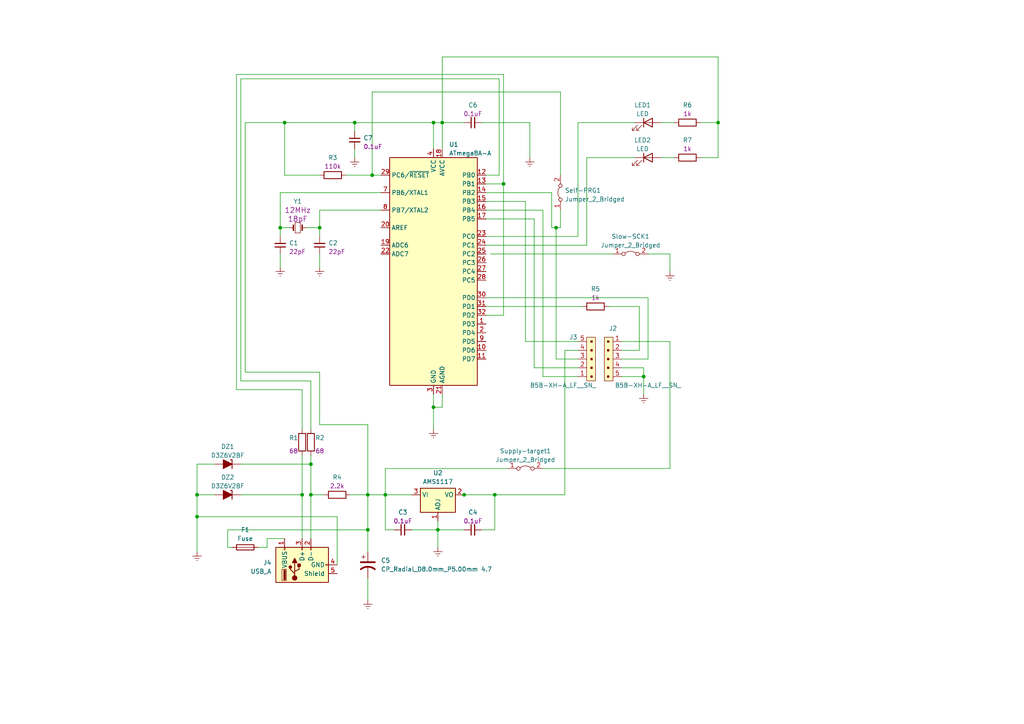
<source format=kicad_sch>
(kicad_sch (version 20230121) (generator eeschema)
  (paper "A4")
  (lib_symbols
    (symbol "Connector:USB_A" (pin_names (offset 1.016))
      (property "Reference" "J" (at -5.08 11.43 0))
      (property "Value" "USB_A" (at -5.08 8.89 0))
      (symbol "USB_A_0_1"
        (rectangle (start -5.08 -7.62) (end 5.08 7.62) (stroke (width 0.254)) (fill (type background)))
        (circle (center -3.81 2.159) (radius 0.635) (stroke (width 0.254)) (fill (type outline)))
        (rectangle (start -1.524 4.826) (end -4.318 5.334) (fill (type outline)))
        (rectangle (start -1.27 4.572) (end -4.572 5.842))
        (circle (center -0.635 3.429) (radius 0.381) (stroke (width 0.254)) (fill (type outline)))
        (rectangle (start -0.127 -7.62) (end 0.127 -6.858))
        (polyline (pts (xy -3.175 2.159) (xy -2.54 2.159) (xy -1.27 3.429) (xy -0.635 3.429)) (stroke (width 0.254)))
        (polyline (pts (xy -2.54 2.159) (xy -1.905 2.159) (xy -1.27 0.889) (xy 0 0.889)) (stroke (width 0.254)))
        (polyline (pts (xy 0.635 2.794) (xy 0.635 1.524) (xy 1.905 2.159) (xy 0.635 2.794)) (stroke (width 0.254)) (fill (type outline)))
        (rectangle (start 0.254 1.27) (end -0.508 0.508) (stroke (width 0.254)) (fill (type outline)))
        (rectangle (start 5.08 -2.667) (end 4.318 -2.413))
        (rectangle (start 5.08 -0.127) (end 4.318 0.127))
        (rectangle (start 5.08 4.953) (end 4.318 5.207))
      )
      (symbol "USB_A_1_1"
        (polyline (pts (xy -1.905 2.159) (xy 0.635 2.159)) (stroke (width 0.254)))
        (pin power_in line (at 7.62 5.08 180) (length 2.54) (name "VBUS") (number "1"))
        (pin bidirectional line (at 7.62 -2.54 180) (length 2.54) (name "D-") (number "2"))
        (pin bidirectional line (at 7.62 0 180) (length 2.54) (name "D+") (number "3"))
        (pin power_in line (at 0 -10.16 90) (length 2.54) (name "GND") (number "4"))
        (pin passive line (at -2.54 -10.16 90) (length 2.54) (name "Shield") (number "5"))
      )
    )
    (symbol "Device:Fuse" (pin_numbers hide) (pin_names (offset 0))
      (property "Reference" "F" (at 2.032 0 90))
      (property "Value" "Fuse" (at -1.905 0 90))
      (symbol "Fuse_0_1"
        (rectangle (start -0.762 -2.54) (end 0.762 2.54) (stroke (width 0.254)))
        (polyline (pts (xy 0 2.54) (xy 0 -2.54)))
      )
      (symbol "Fuse_1_1"
        (pin passive line (at 0 3.81 270) (length 1.27) (name "~") (number "1"))
        (pin passive line (at 0 -3.81 90) (length 1.27) (name "~") (number "2"))
      )
    )
    (symbol "Device:LED" (pin_numbers hide) (pin_names (offset 1.016) hide)
      (property "Reference" "D" (at 0 2.54 0))
      (property "Value" "LED" (at 0 -2.54 0))
      (symbol "LED_0_1"
        (polyline (pts (xy -1.27 -1.27) (xy -1.27 1.27)) (stroke (width 0.254)))
        (polyline (pts (xy -1.27 0) (xy 1.27 0)))
        (polyline (pts (xy 1.27 -1.27) (xy 1.27 1.27) (xy -1.27 0) (xy 1.27 -1.27)) (stroke (width 0.254)))
        (polyline (pts (xy -3.048 -0.762) (xy -4.572 -2.286) (xy -3.81 -2.286) (xy -4.572 -2.286) (xy -4.572 -1.524)))
        (polyline (pts (xy -1.778 -0.762) (xy -3.302 -2.286) (xy -2.54 -2.286) (xy -3.302 -2.286) (xy -3.302 -1.524)))
      )
      (symbol "LED_1_1"
        (pin passive line (at -3.81 0 0) (length 2.54) (name "K") (number "1"))
        (pin passive line (at 3.81 0 180) (length 2.54) (name "A") (number "2"))
      )
    )
    (symbol "Jumper:Jumper_2_Bridged" (pin_names (offset 0) hide)
      (property "Reference" "JP" (at 0 1.905 0))
      (property "Value" "Jumper_2_Bridged" (at 0 -2.54 0))
      (symbol "Jumper_2_Bridged_0_0"
        (circle (center -2.032 0) (radius 0.508))
        (circle (center 2.032 0) (radius 0.508))
      )
      (symbol "Jumper_2_Bridged_0_1"
        (arc (start 1.524 0.254) (mid 0 0.762) (end -1.524 0.254))
      )
      (symbol "Jumper_2_Bridged_1_1"
        (pin passive line (at -5.08 0 0) (length 2.54) (name "A") (number "1"))
        (pin passive line (at 5.08 0 180) (length 2.54) (name "B") (number "2"))
      )
    )
    (symbol "MCU_Microchip_ATmega:ATmega8A-A"
      (property "Reference" "U" (at -12.7 34.29 0))
      (property "Value" "ATmega8A-A" (at 5.08 -34.29 0))
      (symbol "ATmega8A-A_0_1"
        (rectangle (start -12.7 -33.02) (end 12.7 33.02) (stroke (width 0.254)) (fill (type background)))
      )
      (symbol "ATmega8A-A_1_1"
        (pin bidirectional line (at 15.24 -15.24 180) (length 2.54) (name "PD3") (number "1"))
        (pin bidirectional line (at 15.24 -22.86 180) (length 2.54) (name "PD6") (number "10"))
        (pin bidirectional line (at 15.24 -25.4 180) (length 2.54) (name "PD7") (number "11"))
        (pin bidirectional line (at 15.24 27.94 180) (length 2.54) (name "PB0") (number "12"))
        (pin bidirectional line (at 15.24 25.4 180) (length 2.54) (name "PB1") (number "13"))
        (pin bidirectional line (at 15.24 22.86 180) (length 2.54) (name "PB2") (number "14"))
        (pin bidirectional line (at 15.24 20.32 180) (length 2.54) (name "PB3") (number "15"))
        (pin bidirectional line (at 15.24 17.78 180) (length 2.54) (name "PB4") (number "16"))
        (pin bidirectional line (at 15.24 15.24 180) (length 2.54) (name "PB5") (number "17"))
        (pin power_in line (at 2.54 35.56 270) (length 2.54) (name "AVCC") (number "18"))
        (pin input line (at -15.24 7.62 0) (length 2.54) (name "ADC6") (number "19"))
        (pin bidirectional line (at 15.24 -17.78 180) (length 2.54) (name "PD4") (number "2"))
        (pin passive line (at -15.24 12.7 0) (length 2.54) (name "AREF") (number "20"))
        (pin power_in line (at 2.54 -35.56 90) (length 2.54) (name "AGND") (number "21"))
        (pin input line (at -15.24 5.08 0) (length 2.54) (name "ADC7") (number "22"))
        (pin bidirectional line (at 15.24 10.16 180) (length 2.54) (name "PC0") (number "23"))
        (pin bidirectional line (at 15.24 7.62 180) (length 2.54) (name "PC1") (number "24"))
        (pin bidirectional line (at 15.24 5.08 180) (length 2.54) (name "PC2") (number "25"))
        (pin bidirectional line (at 15.24 2.54 180) (length 2.54) (name "PC3") (number "26"))
        (pin bidirectional line (at 15.24 0 180) (length 2.54) (name "PC4") (number "27"))
        (pin bidirectional line (at 15.24 -2.54 180) (length 2.54) (name "PC5") (number "28"))
        (pin bidirectional line (at -15.24 27.94 0) (length 2.54) (name "PC6/~{RESET}") (number "29"))
        (pin power_in line (at 0 -35.56 90) (length 2.54) (name "GND") (number "3"))
        (pin bidirectional line (at 15.24 -7.62 180) (length 2.54) (name "PD0") (number "30"))
        (pin bidirectional line (at 15.24 -10.16 180) (length 2.54) (name "PD1") (number "31"))
        (pin bidirectional line (at 15.24 -12.7 180) (length 2.54) (name "PD2") (number "32"))
        (pin power_in line (at 0 35.56 270) (length 2.54) (name "VCC") (number "4"))
        (pin passive line (at 0 -35.56 90) (length 2.54) hide (name "GND") (number "5"))
        (pin passive line (at 0 35.56 270) (length 2.54) hide (name "VCC") (number "6"))
        (pin bidirectional line (at -15.24 22.86 0) (length 2.54) (name "PB6/XTAL1") (number "7"))
        (pin bidirectional line (at -15.24 17.78 0) (length 2.54) (name "PB7/XTAL2") (number "8"))
        (pin bidirectional line (at 15.24 -20.32 180) (length 2.54) (name "PD5") (number "9"))
      )
    )
    (symbol "PCM_4ms_Capacitor:100nF_0603_16V" (pin_numbers hide) (pin_names (offset 0.254) hide)
      (property "Reference" "C" (at 1.905 1.27 0))
      (property "Display" "0.1uF" (at 1.905 -1.27 0))
      (symbol "100nF_0603_16V_0_1"
        (polyline (pts (xy -1.524 -0.508) (xy 1.524 -0.508)) (stroke (width 0.3302)))
        (polyline (pts (xy -1.524 0.508) (xy 1.524 0.508)) (stroke (width 0.3048)))
      )
      (symbol "100nF_0603_16V_1_1"
        (pin passive line (at 0 2.54 270) (length 2.032) (name "~") (number "1"))
        (pin passive line (at 0 -2.54 90) (length 2.032) (name "~") (number "2"))
      )
    )
    (symbol "PCM_4ms_Crystal:16MHz_18pF_FA238" (pin_numbers hide) (pin_names (offset 1.016) hide)
      (property "Reference" "Y" (at 0 2.54 0))
      (property "Display" "16MHz" (at -3.81 -2.54 0))
      (property "Display 2" "18pF" (at -3.1496 -4.445 0))
      (symbol "16MHz_18pF_FA238_0_1"
        (rectangle (start -0.762 -1.524) (end 0.762 1.524))
        (polyline (pts (xy -1.27 -0.762) (xy -1.27 0.762)) (stroke (width 0.381)))
        (polyline (pts (xy 1.27 -0.762) (xy 1.27 0.762)) (stroke (width 0.381)))
      )
      (symbol "16MHz_18pF_FA238_1_1"
        (pin passive line (at -2.54 0 0) (length 1.27) (name "1") (number "1"))
        (pin passive line (at 2.54 0 180) (length 1.27) (name "2") (number "2"))
      )
    )
    (symbol "PCM_4ms_Resistor:0R_0603" (pin_numbers hide) (pin_names (offset 0))
      (property "Reference" "R" (at 2.032 0 90))
      (property "Display" "0R" (at 3.81 0 90))
      (symbol "0R_0603_0_1"
        (rectangle (start -1.016 -2.54) (end 1.016 2.54) (stroke (width 0.254)))
      )
      (symbol "0R_0603_1_1"
        (pin passive line (at 0 3.81 270) (length 1.27) (name "~") (number "1"))
        (pin passive line (at 0 -3.81 90) (length 1.27) (name "~") (number "2"))
      )
    )
    (symbol "PCM_4ms_Resistor:110k_0603" (pin_numbers hide) (pin_names (offset 0))
      (property "Reference" "R" (at 2.032 0 90))
      (property "Display" "110k" (at 3.81 0 90))
      (symbol "110k_0603_0_1"
        (rectangle (start -1.016 -2.54) (end 1.016 2.54) (stroke (width 0.254)))
      )
      (symbol "110k_0603_1_1"
        (pin passive line (at 0 3.81 270) (length 1.27) (name "~") (number "1"))
        (pin passive line (at 0 -3.81 90) (length 1.27) (name "~") (number "2"))
      )
    )
    (symbol "PCM_Capacitor_US_AKL:CP_Radial_D8.0mm_P5.00mm" (pin_numbers hide) (pin_names (offset 0.254))
      (property "Reference" "C" (at 0.635 2.54 0))
      (property "Value" "CP_Radial_D8.0mm_P5.00mm" (at 0.635 -2.54 0))
      (symbol "CP_Radial_D8.0mm_P5.00mm_0_1"
        (polyline (pts (xy -2.032 0.762) (xy 2.032 0.762)) (stroke (width 0.508)))
        (polyline (pts (xy -1.778 2.286) (xy -0.762 2.286)))
        (polyline (pts (xy -1.27 1.778) (xy -1.27 2.794)))
        (arc (start 2.032 -1.27) (mid 0 -0.5572) (end -2.032 -1.27) (stroke (width 0.508)))
      )
      (symbol "CP_Radial_D8.0mm_P5.00mm_1_1"
        (pin passive line (at 0 3.81 270) (length 2.794) (name "~") (number "1"))
        (pin passive line (at 0 -3.81 90) (length 3.302) (name "~") (number "2"))
      )
    )
    (symbol "PCM_Diode_Zener_AKL:D3Z6V2BF" (pin_numbers hide) (pin_names (offset 1.016) hide)
      (property "Reference" "DZ" (at 0 5.08 0))
      (property "Value" "D3Z6V2BF" (at 0 2.54 0))
      (symbol "D3Z6V2BF_0_1"
        (polyline (pts (xy -1.27 0) (xy 1.27 0)))
        (polyline (pts (xy 1.27 1.27) (xy 0.762 1.27)) (stroke (width 0.254)))
        (polyline (pts (xy 1.27 1.27) (xy 1.27 -1.27)) (stroke (width 0.254)))
        (polyline (pts (xy -1.27 -1.27) (xy -1.27 1.27) (xy 1.27 0) (xy -1.27 -1.27)) (stroke (width 0.254)) (fill (type outline)))
      )
      (symbol "D3Z6V2BF_1_1"
        (pin passive line (at 3.81 0 180) (length 2.54) (name "K") (number "1"))
        (pin passive line (at -3.81 0 0) (length 2.54) (name "A") (number "2"))
      )
    )
    (symbol "Regulator_Linear:AMS1117"
      (property "Reference" "U" (at -3.81 3.175 0))
      (property "Value" "AMS1117" (at 0 3.175 0))
      (symbol "AMS1117_0_1"
        (rectangle (start -5.08 -5.08) (end 5.08 1.905) (stroke (width 0.254)) (fill (type background)))
      )
      (symbol "AMS1117_1_1"
        (pin input line (at 0 -7.62 90) (length 2.54) (name "ADJ") (number "1"))
        (pin power_out line (at 7.62 0 180) (length 2.54) (name "VO") (number "2"))
        (pin power_in line (at -7.62 0 0) (length 2.54) (name "VI") (number "3"))
      )
    )
    (symbol "dk_Rectangular-Connectors-Headers-Male-Pins:B5B-XH-A_LF__SN_" (pin_names (offset 1.016))
      (property "Reference" "J" (at -2.54 -1.27 0))
      (property "Value" "B5B-XH-A_LF__SN_" (at 5.08 -3.81 0))
      (symbol "B5B-XH-A_LF__SN__1_1"
        (rectangle (start -1.27 0) (end 11.43 -2.54) (fill (type background)))
        (rectangle (start -0.254 -1.143) (end 0.254 -1.651) (fill (type outline)))
        (rectangle (start 2.286 -1.143) (end 2.794 -1.651) (fill (type outline)))
        (rectangle (start 4.826 -1.143) (end 5.334 -1.651) (fill (type outline)))
        (rectangle (start 7.366 -1.143) (end 7.874 -1.651) (fill (type outline)))
        (rectangle (start 9.906 -1.143) (end 10.414 -1.651) (fill (type outline)))
        (pin passive line (at 0 2.54 270) (length 2.54) (name "~") (number "1"))
        (pin passive line (at 2.54 2.54 270) (length 2.54) (name "~") (number "2"))
        (pin passive line (at 5.08 2.54 270) (length 2.54) (name "~") (number "3"))
        (pin passive line (at 7.62 2.54 270) (length 2.54) (name "~") (number "4"))
        (pin passive line (at 10.16 2.54 270) (length 2.54) (name "~") (number "5"))
      )
    )
    (symbol "power:Earth" (power) (pin_names (offset 0))
      (symbol "Earth_0_1"
        (polyline (pts (xy -0.635 -1.905) (xy 0.635 -1.905)))
        (polyline (pts (xy -0.127 -2.54) (xy 0.127 -2.54)))
        (polyline (pts (xy 0 -1.27) (xy 0 0)))
        (polyline (pts (xy 1.27 -1.27) (xy -1.27 -1.27)))
      )
      (symbol "Earth_1_1"
        (pin power_in line (at 0 0 270) (length 0) hide (name "Earth") (number "1"))
      )
    )
  )
  (junction (at 87.63 143.51))
  (junction (at 92.71 66.04))
  (junction (at 106.68 153.67))
  (junction (at 128.27 35.56))
  (junction (at 208.28 35.56))
  (junction (at 90.17 134.62))
  (junction (at 134.62 143.51))
  (junction (at 107.95 50.8))
  (junction (at 127 153.67))
  (junction (at 57.15 143.51))
  (junction (at 102.87 35.56))
  (junction (at 161.29 66.04))
  (junction (at 143.51 143.51))
  (junction (at 57.15 149.86))
  (junction (at 186.69 109.22))
  (junction (at 81.28 66.04))
  (junction (at 146.05 53.34))
  (junction (at 82.55 35.56))
  (junction (at 125.73 35.56))
  (junction (at 111.76 143.51))
  (junction (at 106.68 143.51))
  (junction (at 125.73 118.11))
  (junction (at 90.17 143.51))
  (wire (pts (xy 139.7 153.67) (xy 143.51 153.67)))
  (wire (pts (xy 157.48 60.96) (xy 157.48 109.22)))
  (wire (pts (xy 106.68 167.64) (xy 106.68 173.99)))
  (wire (pts (xy 90.17 143.51) (xy 90.17 134.62)))
  (wire (pts (xy 140.97 58.42) (xy 152.4 58.42)))
  (wire (pts (xy 208.28 35.56) (xy 208.28 45.72)))
  (wire (pts (xy 57.15 134.62) (xy 57.15 143.51)))
  (wire (pts (xy 144.78 22.86) (xy 144.78 50.8)))
  (wire (pts (xy 170.18 45.72) (xy 184.15 45.72)))
  (wire (pts (xy 77.47 156.21) (xy 77.47 158.75)))
  (wire (pts (xy 180.34 101.6) (xy 185.42 101.6)))
  (wire (pts (xy 186.69 109.22) (xy 186.69 114.3)))
  (wire (pts (xy 57.15 149.86) (xy 57.15 160.02)))
  (wire (pts (xy 186.69 106.68) (xy 186.69 109.22)))
  (wire (pts (xy 106.68 153.67) (xy 106.68 160.02)))
  (wire (pts (xy 125.73 114.3) (xy 125.73 118.11)))
  (wire (pts (xy 167.64 106.68) (xy 154.94 106.68)))
  (wire (pts (xy 143.51 143.51) (xy 163.83 143.51)))
  (wire (pts (xy 125.73 35.56) (xy 125.73 43.18)))
  (wire (pts (xy 66.04 158.75) (xy 66.04 153.67)))
  (wire (pts (xy 139.7 35.56) (xy 153.67 35.56)))
  (wire (pts (xy 127 153.67) (xy 134.62 153.67)))
  (wire (pts (xy 62.23 143.51) (xy 57.15 143.51)))
  (wire (pts (xy 167.64 101.6) (xy 163.83 101.6)))
  (wire (pts (xy 90.17 124.46) (xy 90.17 110.49)))
  (wire (pts (xy 167.64 68.58) (xy 167.64 35.56)))
  (wire (pts (xy 194.31 78.74) (xy 194.31 73.66)))
  (wire (pts (xy 90.17 110.49) (xy 69.85 110.49)))
  (wire (pts (xy 111.76 135.89) (xy 147.32 135.89)))
  (wire (pts (xy 82.55 156.21) (xy 77.47 156.21)))
  (wire (pts (xy 160.02 66.04) (xy 160.02 55.88)))
  (wire (pts (xy 68.58 113.03) (xy 87.63 113.03)))
  (wire (pts (xy 161.29 66.04) (xy 160.02 66.04)))
  (wire (pts (xy 140.97 68.58) (xy 167.64 68.58)))
  (wire (pts (xy 161.29 104.14) (xy 161.29 66.04)))
  (wire (pts (xy 92.71 60.96) (xy 110.49 60.96)))
  (wire (pts (xy 82.55 35.56) (xy 82.55 50.8)))
  (wire (pts (xy 152.4 99.06) (xy 167.64 99.06)))
  (wire (pts (xy 140.97 91.44) (xy 146.05 91.44)))
  (wire (pts (xy 57.15 143.51) (xy 57.15 149.86)))
  (wire (pts (xy 82.55 50.8) (xy 92.71 50.8)))
  (wire (pts (xy 127 153.67) (xy 127 151.13)))
  (wire (pts (xy 81.28 66.04) (xy 83.82 66.04)))
  (wire (pts (xy 127 153.67) (xy 127 158.75)))
  (wire (pts (xy 191.77 35.56) (xy 195.58 35.56)))
  (wire (pts (xy 92.71 107.95) (xy 92.71 123.19)))
  (wire (pts (xy 146.05 91.44) (xy 146.05 53.34)))
  (wire (pts (xy 111.76 153.67) (xy 111.76 143.51)))
  (wire (pts (xy 162.56 66.04) (xy 162.56 60.96)))
  (wire (pts (xy 146.05 53.34) (xy 146.05 21.59)))
  (wire (pts (xy 66.04 153.67) (xy 106.68 153.67)))
  (wire (pts (xy 140.97 63.5) (xy 154.94 63.5)))
  (wire (pts (xy 154.94 106.68) (xy 154.94 63.5)))
  (wire (pts (xy 194.31 99.06) (xy 194.31 135.89)))
  (wire (pts (xy 71.12 107.95) (xy 92.71 107.95)))
  (wire (pts (xy 111.76 143.51) (xy 111.76 135.89)))
  (wire (pts (xy 128.27 35.56) (xy 125.73 35.56)))
  (wire (pts (xy 92.71 66.04) (xy 92.71 60.96)))
  (wire (pts (xy 69.85 143.51) (xy 87.63 143.51)))
  (wire (pts (xy 81.28 55.88) (xy 110.49 55.88)))
  (wire (pts (xy 62.23 134.62) (xy 57.15 134.62)))
  (wire (pts (xy 90.17 132.08) (xy 90.17 134.62)))
  (wire (pts (xy 128.27 43.18) (xy 128.27 35.56)))
  (wire (pts (xy 69.85 110.49) (xy 69.85 22.86)))
  (wire (pts (xy 69.85 22.86) (xy 144.78 22.86)))
  (wire (pts (xy 107.95 50.8) (xy 110.49 50.8)))
  (wire (pts (xy 162.56 66.04) (xy 161.29 66.04)))
  (wire (pts (xy 144.78 50.8) (xy 140.97 50.8)))
  (wire (pts (xy 90.17 156.21) (xy 90.17 143.51)))
  (wire (pts (xy 88.9 66.04) (xy 92.71 66.04)))
  (wire (pts (xy 87.63 113.03) (xy 87.63 124.46)))
  (wire (pts (xy 106.68 153.67) (xy 106.68 143.51)))
  (wire (pts (xy 106.68 123.19) (xy 106.68 143.51)))
  (wire (pts (xy 162.56 50.8) (xy 162.56 26.67)))
  (wire (pts (xy 90.17 143.51) (xy 93.98 143.51)))
  (wire (pts (xy 163.83 101.6) (xy 163.83 143.51)))
  (wire (pts (xy 167.64 104.14) (xy 161.29 104.14)))
  (wire (pts (xy 162.56 26.67) (xy 107.95 26.67)))
  (wire (pts (xy 102.87 43.18) (xy 102.87 45.72)))
  (wire (pts (xy 128.27 35.56) (xy 128.27 16.51)))
  (wire (pts (xy 68.58 21.59) (xy 68.58 113.03)))
  (wire (pts (xy 187.96 73.66) (xy 194.31 73.66)))
  (wire (pts (xy 146.05 21.59) (xy 68.58 21.59)))
  (wire (pts (xy 203.2 35.56) (xy 208.28 35.56)))
  (wire (pts (xy 140.97 88.9) (xy 168.91 88.9)))
  (wire (pts (xy 128.27 16.51) (xy 208.28 16.51)))
  (wire (pts (xy 140.97 55.88) (xy 160.02 55.88)))
  (wire (pts (xy 191.77 45.72) (xy 195.58 45.72)))
  (wire (pts (xy 67.31 158.75) (xy 66.04 158.75)))
  (wire (pts (xy 92.71 73.66) (xy 92.71 77.47)))
  (wire (pts (xy 180.34 109.22) (xy 186.69 109.22)))
  (wire (pts (xy 134.62 143.51) (xy 143.51 143.51)))
  (wire (pts (xy 170.18 71.12) (xy 170.18 45.72)))
  (wire (pts (xy 157.48 135.89) (xy 194.31 135.89)))
  (wire (pts (xy 100.33 50.8) (xy 107.95 50.8)))
  (wire (pts (xy 128.27 35.56) (xy 134.62 35.56)))
  (wire (pts (xy 71.12 35.56) (xy 71.12 107.95)))
  (wire (pts (xy 114.3 153.67) (xy 111.76 153.67)))
  (wire (pts (xy 90.17 134.62) (xy 69.85 134.62)))
  (wire (pts (xy 128.27 114.3) (xy 128.27 118.11)))
  (wire (pts (xy 125.73 35.56) (xy 102.87 35.56)))
  (wire (pts (xy 77.47 158.75) (xy 74.93 158.75)))
  (wire (pts (xy 128.27 118.11) (xy 125.73 118.11)))
  (wire (pts (xy 111.76 143.51) (xy 119.38 143.51)))
  (wire (pts (xy 106.68 143.51) (xy 101.6 143.51)))
  (wire (pts (xy 208.28 16.51) (xy 208.28 35.56)))
  (wire (pts (xy 180.34 99.06) (xy 194.31 99.06)))
  (wire (pts (xy 81.28 68.58) (xy 81.28 66.04)))
  (wire (pts (xy 125.73 118.11) (xy 125.73 124.46)))
  (wire (pts (xy 81.28 66.04) (xy 81.28 55.88)))
  (wire (pts (xy 187.96 86.36) (xy 140.97 86.36)))
  (wire (pts (xy 119.38 153.67) (xy 127 153.67)))
  (wire (pts (xy 143.51 143.51) (xy 143.51 153.67)))
  (wire (pts (xy 157.48 60.96) (xy 140.97 60.96)))
  (wire (pts (xy 140.97 71.12) (xy 170.18 71.12)))
  (wire (pts (xy 102.87 35.56) (xy 82.55 35.56)))
  (wire (pts (xy 180.34 106.68) (xy 186.69 106.68)))
  (wire (pts (xy 92.71 66.04) (xy 92.71 68.58)))
  (wire (pts (xy 167.64 35.56) (xy 184.15 35.56)))
  (wire (pts (xy 152.4 58.42) (xy 152.4 99.06)))
  (wire (pts (xy 102.87 35.56) (xy 102.87 38.1)))
  (wire (pts (xy 133.35 143.51) (xy 134.62 143.51)))
  (wire (pts (xy 97.79 163.83) (xy 97.79 149.86)))
  (wire (pts (xy 87.63 132.08) (xy 87.63 143.51)))
  (wire (pts (xy 153.67 35.56) (xy 153.67 45.72)))
  (wire (pts (xy 140.97 53.34) (xy 146.05 53.34)))
  (wire (pts (xy 87.63 143.51) (xy 87.63 156.21)))
  (wire (pts (xy 157.48 109.22) (xy 167.64 109.22)))
  (wire (pts (xy 180.34 104.14) (xy 187.96 104.14)))
  (wire (pts (xy 142.24 73.66) (xy 177.8 73.66)))
  (wire (pts (xy 185.42 101.6) (xy 185.42 88.9)))
  (wire (pts (xy 92.71 123.19) (xy 106.68 123.19)))
  (wire (pts (xy 208.28 45.72) (xy 203.2 45.72)))
  (wire (pts (xy 176.53 88.9) (xy 185.42 88.9)))
  (wire (pts (xy 106.68 143.51) (xy 111.76 143.51)))
  (wire (pts (xy 82.55 35.56) (xy 71.12 35.56)))
  (wire (pts (xy 57.15 149.86) (xy 97.79 149.86)))
  (wire (pts (xy 81.28 73.66) (xy 81.28 77.47)))
  (wire (pts (xy 187.96 104.14) (xy 187.96 86.36)))
  (wire (pts (xy 107.95 26.67) (xy 107.95 50.8)))
  (symbol (lib_id "power:Earth") (at 92.71 77.47 0) (unit 1)
    (property "Reference" "#PWR03" (effects hide))
    (property "Value" "Earth" (effects hide))
  )
  (symbol (lib_id "power:Earth") (at 127 158.75 0) (unit 1)
    (property "Reference" "#PWR07" (effects hide))
    (property "Value" "Earth" (effects hide))
  )
  (symbol (lib_id "PCM_4ms_Resistor:0R_0603") (at 199.39 45.72 90) (unit 1)
    (property "Reference" "R7" (at 199.39 40.64 90))
    (property "Value" "0R_0603" (effects hide))
    (property "Footprint" "PCM_4ms_Resistor:R_0805_2012Metric" (effects hide))
    (property "Specifications" "0R, 1%, 1/10W, 0603" (effects hide))
    (property "Manufacturer" "Yageo" (effects hide))
    (property "Part Number" "RC0603FR-100RL" (effects hide))
    (property "Display" "1k" (at 199.39 43.18 90))
    (property "JLCPCB ID" "C21189" (effects hide))
  )
  (symbol (lib_id "PCM_4ms_Resistor:0R_0603") (at 87.63 128.27 0) (unit 1)
    (property "Reference" "R1" (at 83.82 127 0) (effects (justify left)))
    (property "Value" "0R_0603" (effects hide))
    (property "Footprint" "PCM_4ms_Resistor:R_0805_2012Metric" (effects hide))
    (property "Specifications" "0R, 1%, 1/10W, 0603" (effects hide))
    (property "Manufacturer" "Yageo" (effects hide))
    (property "Part Number" "RC0603FR-100RL" (effects hide))
    (property "Display" "68" (at 83.82 130.81 0) (effects (justify left)))
    (property "JLCPCB ID" "C21189" (effects hide))
  )
  (symbol (lib_id "power:Earth") (at 125.73 124.46 0) (unit 1)
    (property "Reference" "#PWR06" (effects hide))
    (property "Value" "Earth" (effects hide))
  )
  (symbol (lib_id "power:Earth") (at 57.15 160.02 0) (unit 1)
    (property "Reference" "#PWR01" (effects hide))
    (property "Value" "Earth" (effects hide))
  )
  (symbol (lib_id "power:Earth") (at 194.31 78.74 0) (unit 1)
    (property "Reference" "#PWR010" (effects hide))
    (property "Value" "Earth" (effects hide))
  )
  (symbol (lib_id "PCM_4ms_Crystal:16MHz_18pF_FA238") (at 86.36 66.04 0) (unit 1)
    (property "Reference" "Y1" (at 86.36 58.42 0))
    (property "Value" "16MHz_18pF_FA238" (effects hide))
    (property "Footprint" "Crystal:Crystal_HC49-U_Vertical" (effects hide))
    (property "Specifications" "16MHz 18pF 10ppm ESR:60ohms" (effects hide))
    (property "Manufacturer" "Epson Timing" (effects hide))
    (property "Part Number" "TSX-3225 16.0000MF18X-AC3" (effects hide))
    (property "Display" "12MHz" (at 86.36 60.96 0) (effects (font (size 1.524 1.524))))
    (property "Display 2" "18pF" (at 86.36 63.5 0) (effects (font (size 1.524 1.524))))
    (property "JLCPCB ID" "C90906 (12pF)" (effects hide))
  )
  (symbol (lib_id "PCM_4ms_Resistor:0R_0603") (at 90.17 128.27 0) (unit 1)
    (property "Reference" "R2" (at 91.44 127 0) (effects (justify left)))
    (property "Value" "0R_0603" (effects hide))
    (property "Footprint" "PCM_4ms_Resistor:R_0805_2012Metric" (effects hide))
    (property "Specifications" "0R, 1%, 1/10W, 0603" (effects hide))
    (property "Manufacturer" "Yageo" (effects hide))
    (property "Part Number" "RC0603FR-100RL" (effects hide))
    (property "Display" "68" (at 91.44 130.81 0) (effects (justify left)))
    (property "JLCPCB ID" "C21189" (effects hide))
  )
  (symbol (lib_id "MCU_Microchip_ATmega:ATmega8A-A") (at 125.73 78.74 0) (unit 1)
    (property "Reference" "U1" (at 130.2259 41.91 0) (effects (justify left)))
    (property "Value" "ATmega8A-A" (at 130.2259 44.45 0) (effects (justify left)))
    (property "Footprint" "Package_QFP:TQFP-32_7x7mm_P0.8mm" (effects hide))
    (property "Datasheet" "http://ww1.microchip.com/downloads/en/DeviceDoc/Microchip%208bit%20mcu%20AVR%20ATmega8A%20data%20sheet%2040001974A.pdf" (effects hide))
  )
  (symbol (lib_id "power:Earth") (at 102.87 45.72 0) (unit 1)
    (property "Reference" "#PWR04" (effects hide))
    (property "Value" "Earth" (effects hide))
  )
  (symbol (lib_id "PCM_4ms_Capacitor:100nF_0603_16V") (at 137.16 153.67 90) (unit 1)
    (property "Reference" "C4" (at 137.1663 148.59 90))
    (property "Value" "100nF_0603_16V" (effects hide))
    (property "Footprint" "PCM_Capacitor_SMD_AKL:C_0805_2012Metric" (effects hide))
    (property "Specifications" "0.1uF, Min. 16V 10%, X7R or X5R or similar" (effects hide))
    (property "Manufacturer" "AVX Corporation" (effects hide))
    (property "Part Number" "0603YC104KAT2A" (effects hide))
    (property "Display" "0.1uF" (at 137.1663 151.13 90))
    (property "JLCPCB ID" "C14663" (effects hide))
  )
  (symbol (lib_id "PCM_Capacitor_US_AKL:CP_Radial_D8.0mm_P5.00mm") (at 106.68 163.83 0) (unit 1)
    (property "Reference" "C5" (at 110.49 162.56 0) (effects (justify left)))
    (property "Value" "CP_Radial_D8.0mm_P5.00mm 4.7" (at 110.49 165.1 0) (effects (justify left)))
    (property "Footprint" "Capacitor_SMD:CP_Elec_4x5.4" (effects hide))
  )
  (symbol (lib_id "PCM_4ms_Capacitor:100nF_0603_16V") (at 137.16 35.56 90) (unit 1)
    (property "Reference" "C6" (at 137.1663 30.48 90))
    (property "Value" "100nF_0603_16V" (effects hide))
    (property "Footprint" "PCM_Capacitor_SMD_AKL:C_0805_2012Metric" (effects hide))
    (property "Specifications" "0.1uF, Min. 16V 10%, X7R or X5R or similar" (effects hide))
    (property "Manufacturer" "AVX Corporation" (effects hide))
    (property "Part Number" "0603YC104KAT2A" (effects hide))
    (property "Display" "0.1uF" (at 137.1663 33.02 90))
    (property "JLCPCB ID" "C14663" (effects hide))
  )
  (symbol (lib_id "Jumper:Jumper_2_Bridged") (at 162.56 55.88 90) (unit 1)
    (property "Reference" "Self-PRG1" (at 163.83 55.245 90) (effects (justify right)))
    (property "Value" "Jumper_2_Bridged" (at 163.83 57.785 90) (effects (justify right)))
    (property "Footprint" "PCM_4ms_SolderJumper:JUMPER_SMD_1x2" (effects hide))
  )
  (symbol (lib_id "dk_Rectangular-Connectors-Headers-Male-Pins:B5B-XH-A_LF__SN_") (at 170.18 109.22 90) (unit 1)
    (property "Reference" "J3" (at 165.1 97.79 90) (effects (justify right)))
    (property "Value" "B5B-XH-A_LF__SN_" (at 153.67 111.76 90) (effects (justify right)))
    (property "Footprint" "digikey-footprints:PinHeader_1x5_P2.5mm_Drill1.1mm" (effects hide))
    (property "Datasheet" "http://www.jst-mfg.com/product/pdf/eng/eXH.pdf" (effects hide))
    (property "Digi-Key_PN" "455-2270-ND" (effects hide))
    (property "MPN" "B5B-XH-A(LF)(SN)" (effects hide))
    (property "Category" "Connectors, Interconnects" (effects hide))
    (property "Family" "Rectangular Connectors - Headers, Male Pins" (effects hide))
    (property "DK_Datasheet_Link" "http://www.jst-mfg.com/product/pdf/eng/eXH.pdf" (effects hide))
    (property "DK_Detail_Page" "/product-detail/en/jst-sales-america-inc/B5B-XH-A(LF)(SN)/455-2270-ND/1530483" (effects hide))
    (property "Description" "CONN HEADER VERT 5POS 2.5MM" (effects hide))
    (property "Manufacturer" "JST Sales America Inc." (effects hide))
    (property "Status" "Active" (effects hide))
  )
  (symbol (lib_id "power:Earth") (at 186.69 114.3 0) (unit 1)
    (property "Reference" "#PWR09" (effects hide))
    (property "Value" "Earth" (effects hide))
  )
  (symbol (lib_id "power:Earth") (at 81.28 77.47 0) (unit 1)
    (property "Reference" "#PWR02" (effects hide))
    (property "Value" "Earth" (effects hide))
  )
  (symbol (lib_id "Device:LED") (at 187.96 45.72 0) (unit 1)
    (property "Reference" "LED2" (at 186.3725 40.64 0))
    (property "Value" "LED" (at 186.3725 43.18 0))
    (property "Footprint" "LED_SMD:LED_0805_2012Metric" (effects hide))
  )
  (symbol (lib_id "PCM_4ms_Capacitor:100nF_0603_16V") (at 102.87 40.64 0) (unit 1)
    (property "Reference" "C7" (at 105.41 40.0113 0) (effects (justify left)))
    (property "Value" "100nF_0603_16V" (effects hide))
    (property "Footprint" "PCM_Capacitor_SMD_AKL:C_0805_2012Metric" (effects hide))
    (property "Specifications" "0.1uF, Min. 16V 10%, X7R or X5R or similar" (effects hide))
    (property "Manufacturer" "AVX Corporation" (effects hide))
    (property "Part Number" "0603YC104KAT2A" (effects hide))
    (property "Display" "0.1uF" (at 105.41 42.5513 0) (effects (justify left)))
    (property "JLCPCB ID" "C14663" (effects hide))
  )
  (symbol (lib_id "Regulator_Linear:AMS1117") (at 127 143.51 0) (unit 1)
    (property "Reference" "U2" (at 127 137.16 0))
    (property "Value" "AMS1117" (at 127 139.7 0))
    (property "Footprint" "Package_TO_SOT_SMD:SOT-223-3_TabPin2" (effects hide))
    (property "Datasheet" "http://www.advanced-monolithic.com/pdf/ds1117.pdf" (effects hide))
  )
  (symbol (lib_id "power:Earth") (at 153.67 45.72 0) (unit 1)
    (property "Reference" "#PWR08" (effects hide))
    (property "Value" "Earth" (effects hide))
  )
  (symbol (lib_id "PCM_Diode_Zener_AKL:D3Z6V2BF") (at 66.04 143.51 0) (unit 1)
    (property "Reference" "DZ2" (at 66.04 138.43 0))
    (property "Value" "D3Z6V2BF" (at 66.04 140.97 0))
    (property "Footprint" "Diode_SMD:D_MiniMELF" (effects hide))
    (property "Datasheet" "https://www.tme.eu/Document/29f38667eb5e75c5dc6730a89eae577e/BZX84J_SER.pdf" (effects hide))
  )
  (symbol (lib_id "Device:Fuse") (at 71.12 158.75 90) (unit 1)
    (property "Reference" "F1" (at 71.12 153.67 90))
    (property "Value" "Fuse" (at 71.12 156.21 90))
    (property "Footprint" "PCM_Fuse_AKL:Fuse_0805_2012Metric" (effects hide))
  )
  (symbol (lib_id "PCM_4ms_Resistor:0R_0603") (at 172.72 88.9 90) (unit 1)
    (property "Reference" "R5" (at 172.72 83.82 90))
    (property "Value" "0R_0603" (effects hide))
    (property "Footprint" "PCM_4ms_Resistor:R_0805_2012Metric" (effects hide))
    (property "Specifications" "0R, 1%, 1/10W, 0603" (effects hide))
    (property "Manufacturer" "Yageo" (effects hide))
    (property "Part Number" "RC0603FR-100RL" (effects hide))
    (property "Display" "1k" (at 172.72 86.36 90))
    (property "JLCPCB ID" "C21189" (effects hide))
  )
  (symbol (lib_id "PCM_4ms_Resistor:110k_0603") (at 96.52 50.8 90) (unit 1)
    (property "Reference" "R3" (at 96.52 45.72 90))
    (property "Value" "110k_0603" (effects hide))
    (property "Footprint" "PCM_Resistor_SMD_AKL:R_0805_2012Metric" (effects hide))
    (property "Specifications" "110K, 1%, 1/10W, 0603" (effects hide))
    (property "Manufacturer" "Yageo" (effects hide))
    (property "Part Number" "RC0603FR-07110KL" (effects hide))
    (property "Display" "110k" (at 96.52 48.26 90))
    (property "JLCPCB ID" "C25805" (effects hide))
  )
  (symbol (lib_id "Device:LED") (at 187.96 35.56 0) (unit 1)
    (property "Reference" "LED1" (at 186.3725 30.48 0))
    (property "Value" "LED" (at 186.3725 33.02 0))
    (property "Footprint" "LED_SMD:LED_0805_2012Metric" (effects hide))
  )
  (symbol (lib_id "PCM_4ms_Resistor:0R_0603") (at 199.39 35.56 90) (unit 1)
    (property "Reference" "R6" (at 199.39 30.48 90))
    (property "Value" "0R_0603" (effects hide))
    (property "Footprint" "PCM_4ms_Resistor:R_0805_2012Metric" (effects hide))
    (property "Specifications" "0R, 1%, 1/10W, 0603" (effects hide))
    (property "Manufacturer" "Yageo" (effects hide))
    (property "Part Number" "RC0603FR-100RL" (effects hide))
    (property "Display" "1k" (at 199.39 33.02 90))
    (property "JLCPCB ID" "C21189" (effects hide))
  )
  (symbol (lib_id "Jumper:Jumper_2_Bridged") (at 152.4 135.89 0) (unit 1)
    (property "Reference" "Supply-target1" (at 152.4 130.81 0))
    (property "Value" "Jumper_2_Bridged" (at 152.4 133.35 0))
    (property "Footprint" "PCM_Jumper_AKL:Jumper_P2.54mm_D0.7mm" (effects hide))
  )
  (symbol (lib_id "dk_Rectangular-Connectors-Headers-Male-Pins:B5B-XH-A_LF__SN_") (at 177.8 99.06 270) (unit 1)
    (property "Reference" "J2" (at 177.8 95.25 90))
    (property "Value" "B5B-XH-A_LF__SN_" (at 187.96 111.76 90))
    (property "Footprint" "digikey-footprints:PinHeader_1x5_P2.5mm_Drill1.1mm" (effects hide))
    (property "Datasheet" "http://www.jst-mfg.com/product/pdf/eng/eXH.pdf" (effects hide))
    (property "Digi-Key_PN" "455-2270-ND" (effects hide))
    (property "MPN" "B5B-XH-A(LF)(SN)" (effects hide))
    (property "Category" "Connectors, Interconnects" (effects hide))
    (property "Family" "Rectangular Connectors - Headers, Male Pins" (effects hide))
    (property "DK_Datasheet_Link" "http://www.jst-mfg.com/product/pdf/eng/eXH.pdf" (effects hide))
    (property "DK_Detail_Page" "/product-detail/en/jst-sales-america-inc/B5B-XH-A(LF)(SN)/455-2270-ND/1530483" (effects hide))
    (property "Description" "CONN HEADER VERT 5POS 2.5MM" (effects hide))
    (property "Manufacturer" "JST Sales America Inc." (effects hide))
    (property "Status" "Active" (effects hide))
  )
  (symbol (lib_id "PCM_4ms_Capacitor:100nF_0603_16V") (at 116.84 153.67 90) (unit 1)
    (property "Reference" "C3" (at 116.8463 148.59 90))
    (property "Value" "100nF_0603_16V" (effects hide))
    (property "Footprint" "PCM_Capacitor_SMD_AKL:C_0805_2012Metric" (effects hide))
    (property "Specifications" "0.1uF, Min. 16V 10%, X7R or X5R or similar" (effects hide))
    (property "Manufacturer" "AVX Corporation" (effects hide))
    (property "Part Number" "0603YC104KAT2A" (effects hide))
    (property "Display" "0.1uF" (at 116.8463 151.13 90))
    (property "JLCPCB ID" "C14663" (effects hide))
  )
  (symbol (lib_id "power:Earth") (at 106.68 173.99 0) (unit 1)
    (property "Reference" "#PWR05" (effects hide))
    (property "Value" "Earth" (effects hide))
  )
  (symbol (lib_id "PCM_4ms_Capacitor:100nF_0603_16V") (at 92.71 71.12 180) (unit 1)
    (property "Reference" "C2" (at 95.25 70.4786 0) (effects (justify right)))
    (property "Value" "100nF_0603_16V" (effects hide))
    (property "Footprint" "PCM_Capacitor_SMD_AKL:C_0805_2012Metric" (effects hide))
    (property "Specifications" "0.1uF, Min. 16V 10%, X7R or X5R or similar" (effects hide))
    (property "Manufacturer" "AVX Corporation" (effects hide))
    (property "Part Number" "0603YC104KAT2A" (effects hide))
    (property "Display" "22pF" (at 95.25 73.0186 0) (effects (justify right)))
    (property "JLCPCB ID" "C14663" (effects hide))
  )
  (symbol (lib_id "PCM_4ms_Resistor:0R_0603") (at 97.79 143.51 90) (unit 1)
    (property "Reference" "R4" (at 97.79 138.43 90))
    (property "Value" "0R_0603" (effects hide))
    (property "Footprint" "PCM_4ms_Resistor:R_0805_2012Metric" (effects hide))
    (property "Specifications" "0R, 1%, 1/10W, 0603" (effects hide))
    (property "Manufacturer" "Yageo" (effects hide))
    (property "Part Number" "RC0603FR-100RL" (effects hide))
    (property "Display" "2.2k" (at 97.79 140.97 90))
    (property "JLCPCB ID" "C21189" (effects hide))
  )
  (symbol (lib_id "Jumper:Jumper_2_Bridged") (at 182.88 73.66 0) (unit 1)
    (property "Reference" "Slow-SCK1" (at 182.88 68.58 0))
    (property "Value" "Jumper_2_Bridged" (at 182.88 71.12 0))
    (property "Footprint" "PCM_Jumper_AKL:Jumper_P2.54mm_D0.7mm" (effects hide))
  )
  (symbol (lib_id "PCM_4ms_Capacitor:100nF_0603_16V") (at 81.28 71.12 180) (unit 1)
    (property "Reference" "C1" (at 83.82 70.4786 0) (effects (justify right)))
    (property "Value" "100nF_0603_16V" (effects hide))
    (property "Footprint" "PCM_Capacitor_SMD_AKL:C_0805_2012Metric" (effects hide))
    (property "Specifications" "0.1uF, Min. 16V 10%, X7R or X5R or similar" (effects hide))
    (property "Manufacturer" "AVX Corporation" (effects hide))
    (property "Part Number" "0603YC104KAT2A" (effects hide))
    (property "Display" "22pF" (at 83.82 73.0186 0) (effects (justify right)))
    (property "JLCPCB ID" "C14663" (effects hide))
  )
  (symbol (lib_id "Connector:USB_A") (at 87.63 163.83 90) (unit 1)
    (property "Reference" "J4" (at 78.74 163.195 90) (effects (justify left)))
    (property "Value" "USB_A" (at 78.74 165.735 90) (effects (justify left)))
    (property "Footprint" "digikey-footprints:USB_Male_A_UP2-AH-1-TH" (effects hide))
    (property "Datasheet" " ~" (effects hide))
  )
  (symbol (lib_id "PCM_Diode_Zener_AKL:D3Z6V2BF") (at 66.04 134.62 0) (unit 1)
    (property "Reference" "DZ1" (at 66.04 129.54 0))
    (property "Value" "D3Z6V2BF" (at 66.04 132.08 0))
    (property "Footprint" "Diode_SMD:D_MiniMELF" (effects hide))
    (property "Datasheet" "https://www.tme.eu/Document/29f38667eb5e75c5dc6730a89eae577e/BZX84J_SER.pdf" (effects hide))
  )
)
</source>
